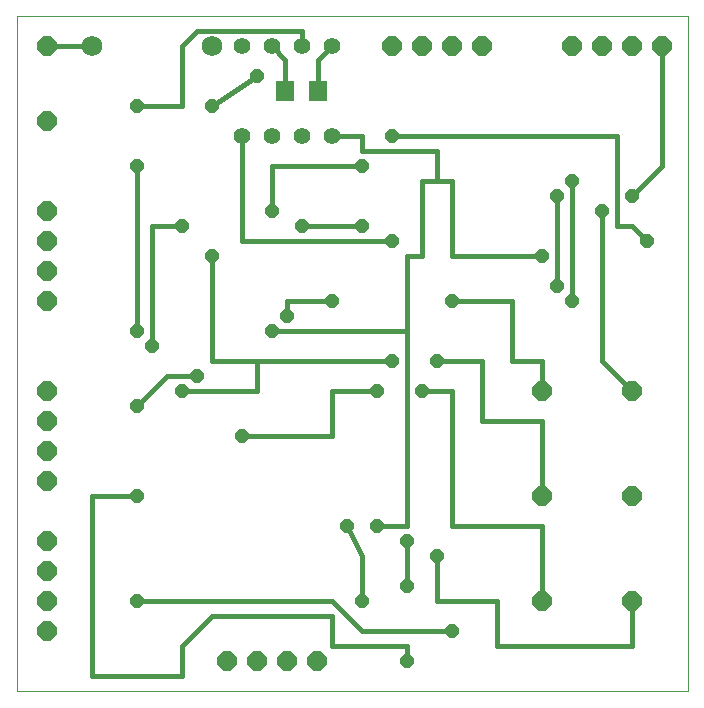
<source format=gbl>
G75*
%MOIN*%
%OFA0B0*%
%FSLAX25Y25*%
%IPPOS*%
%LPD*%
%AMOC8*
5,1,8,0,0,1.08239X$1,22.5*
%
%ADD10C,0.00000*%
%ADD11OC8,0.06400*%
%ADD12R,0.06299X0.07087*%
%ADD13C,0.06800*%
%ADD14C,0.05600*%
%ADD15OC8,0.04362*%
%ADD16C,0.01600*%
D10*
X0001000Y0001000D02*
X0001000Y0225961D01*
X0224701Y0225961D01*
X0224701Y0001000D01*
X0001000Y0001000D01*
D11*
X0011000Y0021000D03*
X0011000Y0031000D03*
X0011000Y0041000D03*
X0011000Y0051000D03*
X0011000Y0071000D03*
X0011000Y0081000D03*
X0011000Y0091000D03*
X0011000Y0101000D03*
X0011000Y0131000D03*
X0011000Y0141000D03*
X0011000Y0151000D03*
X0011000Y0161000D03*
X0011000Y0191000D03*
X0011000Y0216000D03*
X0126000Y0216000D03*
X0136000Y0216000D03*
X0146000Y0216000D03*
X0156000Y0216000D03*
X0186000Y0216000D03*
X0196000Y0216000D03*
X0206000Y0216000D03*
X0216000Y0216000D03*
X0206000Y0101000D03*
X0176000Y0101000D03*
X0176000Y0066000D03*
X0206000Y0066000D03*
X0206000Y0031000D03*
X0176000Y0031000D03*
X0101000Y0011000D03*
X0091000Y0011000D03*
X0081000Y0011000D03*
X0071000Y0011000D03*
D12*
X0090488Y0201000D03*
X0101512Y0201000D03*
D13*
X0066000Y0216000D03*
X0026000Y0216000D03*
D14*
X0076000Y0216000D03*
X0086000Y0216000D03*
X0096000Y0216000D03*
X0106000Y0216000D03*
X0106000Y0186000D03*
X0096000Y0186000D03*
X0086000Y0186000D03*
X0076000Y0186000D03*
D15*
X0066000Y0196000D03*
X0081000Y0206000D03*
X0116000Y0176000D03*
X0126000Y0186000D03*
X0116000Y0156000D03*
X0126000Y0151000D03*
X0106000Y0131000D03*
X0091000Y0126000D03*
X0086000Y0121000D03*
X0061000Y0106000D03*
X0056000Y0101000D03*
X0041000Y0096000D03*
X0046000Y0116000D03*
X0041000Y0121000D03*
X0066000Y0146000D03*
X0056000Y0156000D03*
X0041000Y0176000D03*
X0041000Y0196000D03*
X0086000Y0161000D03*
X0096000Y0156000D03*
X0126000Y0111000D03*
X0121000Y0101000D03*
X0136000Y0101000D03*
X0141000Y0111000D03*
X0146000Y0131000D03*
X0176000Y0146000D03*
X0181000Y0136000D03*
X0186000Y0131000D03*
X0211000Y0151000D03*
X0206000Y0166000D03*
X0196000Y0161000D03*
X0186000Y0171000D03*
X0181000Y0166000D03*
X0076000Y0086000D03*
X0041000Y0066000D03*
X0041000Y0031000D03*
X0111000Y0056000D03*
X0121000Y0056000D03*
X0131000Y0051000D03*
X0141000Y0046000D03*
X0131000Y0036000D03*
X0116000Y0031000D03*
X0131000Y0011000D03*
X0146000Y0021000D03*
D16*
X0116000Y0021000D01*
X0106000Y0031000D01*
X0041000Y0031000D01*
X0056000Y0016000D02*
X0066000Y0026000D01*
X0106000Y0026000D01*
X0106000Y0016000D01*
X0131000Y0016000D01*
X0131000Y0011000D01*
X0141000Y0031000D02*
X0161000Y0031000D01*
X0161000Y0016000D01*
X0206000Y0016000D01*
X0206000Y0031000D01*
X0176000Y0031000D02*
X0176000Y0056000D01*
X0146000Y0056000D01*
X0146000Y0101000D01*
X0136000Y0101000D01*
X0141000Y0111000D02*
X0156000Y0111000D01*
X0156000Y0091000D01*
X0176000Y0091000D01*
X0176000Y0066000D01*
X0176000Y0101000D02*
X0176000Y0111000D01*
X0166000Y0111000D01*
X0166000Y0131000D01*
X0146000Y0131000D01*
X0131000Y0121000D02*
X0131000Y0146000D01*
X0136000Y0146000D01*
X0136000Y0166000D01*
X0136000Y0171000D01*
X0141000Y0171000D01*
X0141000Y0181000D01*
X0116000Y0181000D01*
X0116000Y0186000D01*
X0106000Y0186000D01*
X0116000Y0176000D02*
X0086000Y0176000D01*
X0086000Y0161000D01*
X0076000Y0151000D02*
X0076000Y0186000D01*
X0066000Y0196000D02*
X0081000Y0206000D01*
X0090488Y0201000D02*
X0090488Y0211512D01*
X0086000Y0216000D01*
X0096000Y0216000D02*
X0096000Y0221000D01*
X0061000Y0221000D01*
X0056000Y0216000D01*
X0056000Y0196000D01*
X0041000Y0196000D01*
X0041000Y0176000D02*
X0041000Y0121000D01*
X0046000Y0116000D02*
X0046000Y0156000D01*
X0056000Y0156000D01*
X0066000Y0146000D02*
X0066000Y0111000D01*
X0081000Y0111000D01*
X0081000Y0101000D01*
X0056000Y0101000D01*
X0051000Y0106000D02*
X0061000Y0106000D01*
X0051000Y0106000D02*
X0041000Y0096000D01*
X0041000Y0066000D02*
X0026000Y0066000D01*
X0026000Y0006000D01*
X0056000Y0006000D01*
X0056000Y0016000D01*
X0116000Y0046000D02*
X0111000Y0056000D01*
X0121000Y0056000D02*
X0131000Y0056000D01*
X0131000Y0121000D01*
X0086000Y0121000D01*
X0091000Y0126000D02*
X0091000Y0131000D01*
X0106000Y0131000D01*
X0096000Y0111000D02*
X0091000Y0111000D01*
X0096000Y0111000D02*
X0081000Y0111000D01*
X0096000Y0111000D02*
X0126000Y0111000D01*
X0121000Y0101000D02*
X0106000Y0101000D01*
X0106000Y0086000D01*
X0076000Y0086000D01*
X0116000Y0046000D02*
X0116000Y0031000D01*
X0131000Y0036000D02*
X0131000Y0051000D01*
X0141000Y0046000D02*
X0141000Y0031000D01*
X0206000Y0101000D02*
X0196000Y0111000D01*
X0196000Y0161000D01*
X0201000Y0156000D02*
X0201000Y0186000D01*
X0126000Y0186000D01*
X0141000Y0171000D02*
X0146000Y0171000D01*
X0146000Y0146000D01*
X0176000Y0146000D01*
X0181000Y0136000D02*
X0181000Y0166000D01*
X0186000Y0171000D02*
X0186000Y0131000D01*
X0201000Y0156000D02*
X0206000Y0156000D01*
X0211000Y0151000D01*
X0206000Y0166000D02*
X0216000Y0176000D01*
X0216000Y0216000D01*
X0136000Y0166923D02*
X0136000Y0166000D01*
X0126000Y0151000D02*
X0076000Y0151000D01*
X0096000Y0156000D02*
X0116000Y0156000D01*
X0101512Y0201000D02*
X0101512Y0211512D01*
X0106000Y0216000D01*
X0026000Y0216000D02*
X0011000Y0216000D01*
M02*

</source>
